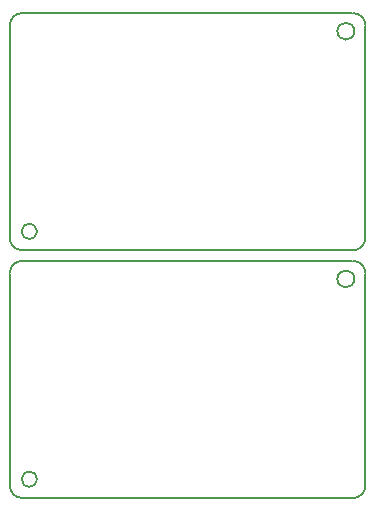
<source format=gm1>
G04 #@! TF.FileFunction,Profile,NP*
%FSLAX46Y46*%
G04 Gerber Fmt 4.6, Leading zero omitted, Abs format (unit mm)*
G04 Created by KiCad (PCBNEW 4.0.2+dfsg1-stable) date 2017年01月10日 18時20分23秒*
%MOMM*%
G01*
G04 APERTURE LIST*
%ADD10C,0.100000*%
%ADD11C,0.150000*%
G04 APERTURE END LIST*
D10*
D11*
X173126400Y-91973400D02*
G75*
G03X174142400Y-90957400I0J1016000D01*
G01*
X144043400Y-90957400D02*
G75*
G03X145059400Y-91973400I1016000J0D01*
G01*
X174142400Y-72923400D02*
G75*
G03X173126400Y-71907400I-1016000J0D01*
G01*
X145059400Y-71907400D02*
G75*
G03X144043400Y-72923400I0J-1016000D01*
G01*
X174142400Y-72986900D02*
X174142400Y-91020900D01*
X144043400Y-72986900D02*
X144043400Y-91020900D01*
X146348173Y-90385900D02*
G75*
G03X146348173Y-90385900I-653773J0D01*
G01*
X173209820Y-73431400D02*
G75*
G03X173209820Y-73431400I-718420J0D01*
G01*
X145059400Y-71907400D02*
X172999400Y-71907400D01*
X173253400Y-91973400D02*
X145059400Y-91973400D01*
X173253400Y-112953800D02*
X145059400Y-112953800D01*
X145059400Y-92887800D02*
X172999400Y-92887800D01*
X173209820Y-94411800D02*
G75*
G03X173209820Y-94411800I-718420J0D01*
G01*
X146348173Y-111366300D02*
G75*
G03X146348173Y-111366300I-653773J0D01*
G01*
X144043400Y-93967300D02*
X144043400Y-112001300D01*
X174142400Y-93967300D02*
X174142400Y-112001300D01*
X145059400Y-92887800D02*
G75*
G03X144043400Y-93903800I0J-1016000D01*
G01*
X174142400Y-93903800D02*
G75*
G03X173126400Y-92887800I-1016000J0D01*
G01*
X144043400Y-111937800D02*
G75*
G03X145059400Y-112953800I1016000J0D01*
G01*
X173126400Y-112953800D02*
G75*
G03X174142400Y-111937800I0J1016000D01*
G01*
M02*

</source>
